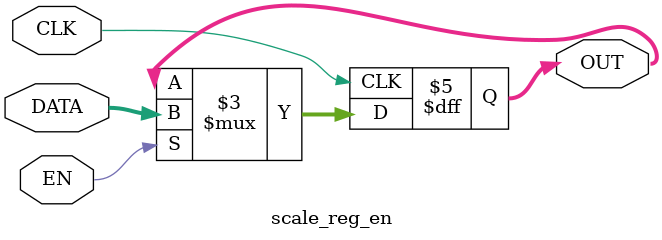
<source format=v>
module scale_reg_en(DATA,EN,CLK,OUT);
parameter REG_SIZE=32; //scalable register size.Default width is 32 bits.

//Port declaration
output[REG_SIZE-1:0]OUT;
input [REG_SIZE-1:0]DATA;
input EN,CLK;

//Internal variable declarations
reg [REG_SIZE-1:0]OUT;

//Model of register
always @(posedge CLK) begin
if (EN)
OUT<=DATA;  //store new value only when EN is true
else
OUT<=OUT;
end
endmodule
</source>
